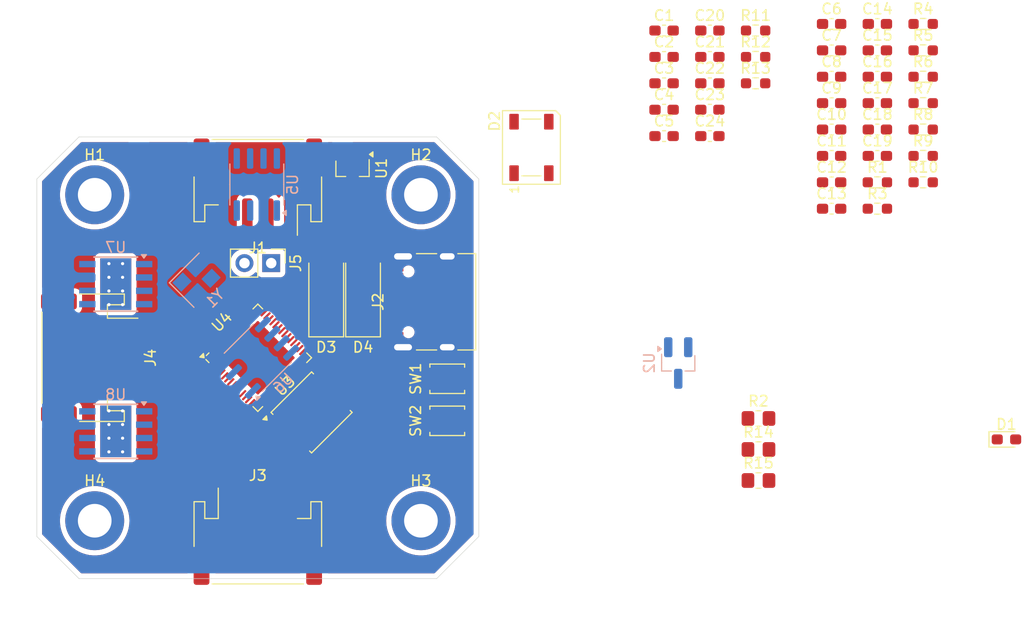
<source format=kicad_pcb>
(kicad_pcb (version 20240108) (generator "pcbnew") (generator_version "8.0")
  (layers (0 "F.Cu" signal) (31 "B.Cu" signal) (34 "B.Paste" user) (35 "F.Paste" user) (36 "B.SilkS" user "B.Silkscreen") (37 "F.SilkS" user "F.Silkscreen") (38 "B.Mask" user) (39 "F.Mask" user) (44 "Edge.Cuts" user))
  (net 0 "")
  (net 1 "+3.3V")
  (net 2 "GND")
  (net 3 "+1V1")
  (net 4 "/XIN")
  (net 5 "Net-(C14-Pad2)")
  (net 6 "Net-(D1-A)")
  (net 7 "Net-(D2-DIN)")
  (net 9 "VBUS")
  (net 10 "/CAN_H")
  (net 11 "/CAN_L")
  (net 12 "/USB_D+")
  (net 13 "Net-(J2-CC2)")
  (net 15 "Net-(D4-A)")
  (net 17 "Net-(J2-CC1)")
  (net 18 "/USB_D-")
  (net 19 "/B2")
  (net 20 "/B1")
  (net 21 "/A2")
  (net 22 "/A1")
  (net 23 "/LED")
  (net 24 "/NEOPIXEL")
  (net 25 "/~{USB_BOOT}")
  (net 26 "/QSPI_SS")
  (net 27 "/RUN")
  (net 28 "Net-(U4-USB_DP)")
  (net 29 "Net-(U4-USB_DM)")
  (net 30 "/XOUT")
  (net 31 "/A_CURRENT")
  (net 32 "/B_CURRENT")
  (net 33 "Net-(D3-A)")
  (net 34 "+5V")
  (net 35 "/QSPI_SD2")
  (net 36 "/QSPI_SD1")
  (net 37 "/QSPI_SCK")
  (net 38 "/QSPI_SD3")
  (net 39 "/QSPI_SD0")
  (net 41 "/SCL")
  (net 44 "/MT6701_PUSH")
  (net 45 "/B2_PWM")
  (net 49 "/SDA")
  (net 51 "/CAN_TX")
  (net 54 "/A1_PWM")
  (net 55 "/B1_PWM")
  (net 56 "/CAN_S")
  (net 57 "/CAN_RX")
  (net 65 "/A2_PWM")
  (net 67 "/MT6701_ANALOG")
  (net 69 "Net-(J5-Pin_2)")
  (footprint "Capacitor_SMD:C_0603_1608Metric_Pad1.08x0.95mm_HandSolder" (layer "F.Cu") (at 88.605 23.9)
    (property "Reference" "C3" (at 0 -1.43 0) (layer "F.SilkS"))
    (property "Value" "100n")
    (pad "1" smd roundrect (at -0.8625 0) (size 1.075 0.95) (layers "F.Cu" "F.Paste" "F.Mask") (net 1 "+3.3V"))
    (pad "2" smd roundrect (at 0.8625 0) (size 1.075 0.95) (layers "F.Cu" "F.Paste" "F.Mask") (net 2 "GND"))
  )
  (footprint "MountingHole:MountingHole_3.2mm_M3_DIN965_Pad" (layer "F.Cu") (at 34.5 65.5)
    (property "Reference" "H4" (at 0 -3.8 0) (layer "F.SilkS"))
    (property "Value" "MountingHole")
    (pad "1" thru_hole circle (at 0 0) (size 5.6 5.6) (drill 3.2) (layers "*.Cu" "*.Mask"))
  )
  (footprint "Capacitor_SMD:C_0603_1608Metric_Pad1.08x0.95mm_HandSolder" (layer "F.Cu") (at 104.525 18.255)
    (property "Reference" "C6" (at 0 -1.43 0) (layer "F.SilkS"))
    (property "Value" "100n")
    (pad "1" smd roundrect (at -0.8625 0) (size 1.075 0.95) (layers "F.Cu" "F.Paste" "F.Mask") (net 2 "GND"))
    (pad "2" smd roundrect (at 0.8625 0) (size 1.075 0.95) (layers "F.Cu" "F.Paste" "F.Mask") (net 1 "+3.3V"))
  )
  (footprint "Capacitor_SMD:C_0603_1608Metric_Pad1.08x0.95mm_HandSolder" (layer "F.Cu") (at 108.875 18.255)
    (property "Reference" "C14" (at 0 -1.43 0) (layer "F.SilkS"))
    (property "Value" "22p")
    (pad "1" smd roundrect (at -0.8625 0) (size 1.075 0.95) (layers "F.Cu" "F.Paste" "F.Mask") (net 2 "GND"))
    (pad "2" smd roundrect (at 0.8625 0) (size 1.075 0.95) (layers "F.Cu" "F.Paste" "F.Mask") (net 5 "Net-(C14-Pad2)"))
  )
  (footprint "Capacitor_SMD:C_0603_1608Metric_Pad1.08x0.95mm_HandSolder" (layer "F.Cu") (at 92.955 23.9)
    (property "Reference" "C22" (at 0 -1.43 0) (layer "F.SilkS"))
    (property "Value" "100nF")
    (pad "1" smd roundrect (at -0.8625 0) (size 1.075 0.95) (layers "F.Cu" "F.Paste" "F.Mask") (net 1 "+3.3V"))
    (pad "2" smd roundrect (at 0.8625 0) (size 1.075 0.95) (layers "F.Cu" "F.Paste" "F.Mask") (net 2 "GND"))
  )
  (footprint "Resistor_SMD:R_0603_1608Metric_Pad0.98x0.95mm_HandSolder" (layer "F.Cu") (at 113.225 18.255)
    (property "Reference" "R4" (at 0 -1.43 0) (layer "F.SilkS"))
    (property "Value" "5.1k")
    (pad "1" smd roundrect (at -0.9125 0) (size 0.975 0.95) (layers "F.Cu" "F.Paste" "F.Mask") (net 17 "Net-(J2-CC1)"))
    (pad "2" smd roundrect (at 0.9125 0) (size 0.975 0.95) (layers "F.Cu" "F.Paste" "F.Mask") (net 2 "GND"))
  )
  (footprint "LED_SMD:LED_WS2812B_PLCC4_5.0x5.0mm_P3.2mm" (layer "F.Cu") (at 76 30 90)
    (property "Reference" "D2" (at 2.5 -3.5 90) (layer "F.SilkS"))
    (property "Value" "WS2812B")
    (fp_text user "1" (at -4 -1.6 90) (layer "F.SilkS") (effects (font (size 0.8 0.8))))
    (pad "1" smd roundrect (at -2.45 -1.65 90) (size 1.5 0.9) (layers "F.Cu" "F.Paste" "F.Mask") (roundrect_rratio 0.1) (net 1 "+3.3V"))
    (pad "2" smd roundrect (at -2.45 1.65 90) (size 1.5 0.9) (layers "F.Cu" "F.Paste" "F.Mask") (roundrect_rratio 0.1))
    (pad "3" smd roundrect (at 2.45 1.65 90) (size 1.5 0.9) (layers "F.Cu" "F.Paste" "F.Mask") (roundrect_rratio 0.1) (net 2 "GND"))
    (pad "4" smd roundrect (at 2.45 -1.65 90) (size 1.5 0.9) (layers "F.Cu" "F.Paste" "F.Mask") (roundrect_rratio 0.1) (net 7 "Net-(D2-DIN)"))
  )
  (footprint "Resistor_SMD:R_0603_1608Metric_Pad0.98x0.95mm_HandSolder" (layer "F.Cu") (at 113.225 30.805)
    (property "Reference" "R9" (at 0 -1.43 0) (layer "F.SilkS"))
    (property "Value" "27.4")
    (pad "1" smd roundrect (at -0.9125 0) (size 0.975 0.95) (layers "F.Cu" "F.Paste" "F.Mask") (net 29 "Net-(U4-USB_DM)"))
    (pad "2" smd roundrect (at 0.9125 0) (size 0.975 0.95) (layers "F.Cu" "F.Paste" "F.Mask") (net 18 "/USB_D-"))
  )
  (footprint "MountingHole:MountingHole_3.2mm_M3_DIN965_Pad" (layer "F.Cu") (at 65.5 65.5)
    (property "Reference" "H3" (at 0 -3.8 0) (layer "F.SilkS"))
    (property "Value" "MountingHole")
    (pad "1" thru_hole circle (at 0 0) (size 5.6 5.6) (drill 3.2) (layers "*.Cu" "*.Mask"))
  )
  (footprint "Resistor_SMD:R_0805_2012Metric_Pad1.20x1.40mm_HandSolder" (layer "F.Cu") (at 97.575 58.725)
    (property "Reference" "R14" (at 0 -1.65 0) (layer "F.SilkS"))
    (property "Value" "500")
    (pad "1" smd roundrect (at -1 0) (size 1.2 1.4) (layers "F.Cu" "F.Paste" "F.Mask") (roundrect_rratio 0.208333) (net 31 "/A_CURRENT"))
    (pad "2" smd roundrect (at 1 0) (size 1.2 1.4) (layers "F.Cu" "F.Paste" "F.Mask") (roundrect_rratio 0.208333) (net 2 "GND"))
  )
  (footprint "Capacitor_SMD:C_0603_1608Metric_Pad1.08x0.95mm_HandSolder" (layer "F.Cu") (at 104.525 20.765)
    (property "Reference" "C7" (at 0 -1.43 0) (layer "F.SilkS"))
    (property "Value" "100n")
    (pad "1" smd roundrect (at -0.8625 0) (size 1.075 0.95) (layers "F.Cu" "F.Paste" "F.Mask") (net 2 "GND"))
    (pad "2" smd roundrect (at 0.8625 0) (size 1.075 0.95) (layers "F.Cu" "F.Paste" "F.Mask") (net 1 "+3.3V"))
  )
  (footprint "Capacitor_SMD:C_0603_1608Metric_Pad1.08x0.95mm_HandSolder" (layer "F.Cu") (at 104.525 28.295)
    (property "Reference" "C10" (at 0 -1.43 0) (layer "F.SilkS"))
    (property "Value" "100n")
    (pad "1" smd roundrect (at -0.8625 0) (size 1.075 0.95) (layers "F.Cu" "F.Paste" "F.Mask") (net 1 "+3.3V"))
    (pad "2" smd roundrect (at 0.8625 0) (size 1.075 0.95) (layers "F.Cu" "F.Paste" "F.Mask") (net 2 "GND"))
  )
  (footprint "Resistor_SMD:R_0603_1608Metric_Pad0.98x0.95mm_HandSolder" (layer "F.Cu") (at 108.875 33.315)
    (property "Reference" "R1" (at 0 -1.43 0) (layer "F.SilkS"))
    (property "Value" "10k")
    (pad "1" smd roundrect (at -0.9125 0) (size 0.975 0.95) (layers "F.Cu" "F.Paste" "F.Mask") (net 6 "Net-(D1-A)"))
    (pad "2" smd roundrect (at 0.9125 0) (size 0.975 0.95) (layers "F.Cu" "F.Paste" "F.Mask") (net 23 "/LED"))
  )
  (footprint "Capacitor_SMD:C_0603_1608Metric_Pad1.08x0.95mm_HandSolder" (layer "F.Cu") (at 104.525 30.805)
    (property "Reference" "C11" (at 0 -1.43 0) (layer "F.SilkS"))
    (property "Value" "100n")
    (pad "1" smd roundrect (at -0.8625 0) (size 1.075 0.95) (layers "F.Cu" "F.Paste" "F.Mask") (net 2 "GND"))
    (pad "2" smd roundrect (at 0.8625 0) (size 1.075 0.95) (layers "F.Cu" "F.Paste" "F.Mask") (net 1 "+3.3V"))
  )
  (footprint "Resistor_SMD:R_0603_1608Metric_Pad0.98x0.95mm_HandSolder" (layer "F.Cu") (at 97.305 18.88)
    (property "Reference" "R11" (at 0 -1.43 0) (layer "F.SilkS"))
    (property "Value" "120")
    (pad "1" smd roundrect (at -0.9125 0) (size 0.975 0.95) (layers "F.Cu" "F.Paste" "F.Mask") (net 11 "/CAN_L"))
    (pad "2" smd roundrect (at 0.9125 0) (size 0.975 0.95) (layers "F.Cu" "F.Paste" "F.Mask") (net 69 "Net-(J5-Pin_2)"))
  )
  (footprint "Connector_PinHeader_2.54mm:PinHeader_1x02_P2.54mm_Vertical" (layer "F.Cu") (at 51.27 41 -90)
    (property "Reference" "J5" (at 0 -2.33 90) (layer "F.SilkS"))
    (property "Value" "Conn_01x02")
    (pad "1" thru_hole rect (at 0 0 270) (size 1.7 1.7) (drill 1) (layers "*.Cu" "*.Mask") (net 10 "/CAN_H"))
    (pad "2" thru_hole oval (at 0 2.54 270) (size 1.7 1.7) (drill 1) (layers "*.Cu" "*.Mask") (net 69 "Net-(J5-Pin_2)"))
  )
  (footprint "Capacitor_SMD:C_0603_1608Metric_Pad1.08x0.95mm_HandSolder" (layer "F.Cu") (at 108.875 20.765)
    (property "Reference" "C15" (at 0 -1.43 0) (layer "F.SilkS"))
    (property "Value" "1u")
    (pad "1" smd roundrect (at -0.8625 0) (size 1.075 0.95) (layers "F.Cu" "F.Paste" "F.Mask") (net 1 "+3.3V"))
    (pad "2" smd roundrect (at 0.8625 0) (size 1.075 0.95) (layers "F.Cu" "F.Paste" "F.Mask") (net 2 "GND"))
  )
  (footprint "Package_SO:SOIC-8_5.23x5.23mm_P1.27mm" (layer "F.Cu") (at 55.107377 55.198546 45)
    (property "Reference" "U3" (at 0 -3.56 45) (layer "F.SilkS"))
    (property "Value" "W25Q128JVS")
    (pad "1" smd roundrect (at -3.6 -1.905 45) (size 1.6 0.6) (layers "F.Cu" "F.Paste" "F.Mask") (net 26 "/QSPI_SS"))
    (pad "2" smd roundrect (at -3.6 -0.635 45) (size 1.6 0.6) (layers "F.Cu" "F.Paste" "F.Mask") (net 36 "/QSPI_SD1"))
    (pad "3" smd roundrect (at -3.6 0.635 45) (size 1.6 0.6) (layers "F.Cu" "F.Paste" "F.Mask") (net 35 "/QSPI_SD2"))
    (pad "4" smd roundrect (at -3.6 1.905 45) (size 1.6 0.6) (layers "F.Cu" "F.Paste" "F.Mask") (net 2 "GND"))
    (pad "5" smd roundrect (at 3.6 1.905 45) (size 1.6 0.6) (layers "F.Cu" "F.Paste" "F.Mask") (net 39 "/QSPI_SD0"))
    (pad "6" smd roundrect (at 3.6 0.635 45) (size 1.6 0.6) (layers "F.Cu" "F.Paste" "F.Mask") (net 37 "/QSPI_SCK"))
    (pad "7" smd roundrect (at 3.6 -0.635 45) (size 1.6 0.6) (layers "F.Cu" "F.Paste" "F.Mask") (net 38 "/QSPI_SD3"))
    (pad "8" smd roundrect (at 3.6 -1.905 45) (size 1.6 0.6) (layers "F.Cu" "F.Paste" "F.Mask") (net 1 "+3.3V"))
  )
  (footprint "Resistor_SMD:R_0805_2012Metric_Pad1.20x1.40mm_HandSolder" (layer "F.Cu") (at 97.575 61.675)
    (property "Reference" "R15" (at 0 -1.65 0) (layer "F.SilkS"))
    (property "Value" "500")
    (pad "1" smd roundrect (at -1 0) (size 1.2 1.4) (layers "F.Cu" "F.Paste" "F.Mask") (roundrect_rratio 0.208333) (net 32 "/B_CURRENT"))
    (pad "2" smd roundrect (at 1 0) (size 1.2 1.4) (layers "F.Cu" "F.Paste" "F.Mask") (roundrect_rratio 0.208333) (net 2 "GND"))
  )
  (footprint "Connector_JST:JST_PH_S4B-PH-SM4-TB_1x04-1MP_P2.00mm_Horizontal" (layer "F.Cu") (at 34 50 -90)
    (property "Reference" "J4" (at 0 -5.8 90) (layer "F.SilkS"))
    (property "Value" "MOTOR")
    (pad "1" smd roundrect (at -3 -2.85 270) (size 1 3.5) (layers "F.Cu" "F.Paste" "F.Mask") (net 22 "/A1"))
    (pad "2" smd roundrect (at -1 -2.85 270) (size 1 3.5) (layers "F.Cu" "F.Paste" "F.Mask") (net 21 "/A2"))
    (pad "3" smd roundrect (at 1 -2.85 270) (size 1 3.5) (layers "F.Cu" "F.Paste" "F.Mask") (net 20 "/B1"))
    (pad "4" smd roundrect (at 3 -2.85 270) (size 1 3.5) (layers "F.Cu" "F.Paste" "F.Mask") (net 19 "/B2"))
    (pad "MP" smd roundrect (at -5.35 2.9 270) (size 1.5 3.4) (layers "F.Cu" "F.Paste" "F.Mask") (roundrect_rratio 0.166667))
    (pad "MP" smd roundrect (at 5.35 2.9 270) (size 1.5 3.4) (layers "F.Cu" "F.Paste" "F.Mask") (roundrect_rratio 0.166667))
  )
  (footprint "Button_Switch_SMD:SW_SPST_B3U-1000P" (layer "F.Cu") (at 68 52 180)
    (property "Reference" "SW1" (at 3 0 90) (layer "F.SilkS"))
    (property "Value" "RESET")
    (pad "1" smd rect (at -1.7 0 180) (size 0.9 1.7) (layers "F.Cu" "F.Paste" "F.Mask") (net 2 "GND"))
    (pad "2" smd rect (at 1.7 0 180) (size 0.9 1.7) (layers "F.Cu" "F.Paste" "F.Mask") (net 27 "/RUN"))
  )
  (footprint "Resistor_SMD:R_0603_1608Metric_Pad0.98x0.95mm_HandSolder" (layer "F.Cu") (at 97.305 23.9)
    (property "Reference" "R13" (at 0 -1.43 0) (layer "F.SilkS"))
    (property "Value" "5k")
    (pad "1" smd roundrect (at -0.9125 0) (size 0.975 0.95) (layers "F.Cu" "F.Paste" "F.Mask") (net 41 "/SCL"))
    (pad "2" smd roundrect (at 0.9125 0) (size 0.975 0.95) (layers "F.Cu" "F.Paste" "F.Mask") (net 1 "+3.3V"))
  )
  (footprint "Connector_JST:JST_PH_S4B-PH-SM4-TB_1x04-1MP_P2.00mm_Horizontal" (layer "F.Cu") (at 50 33.75 180)
    (property "Reference" "J1" (at 0 -5.8 360) (layer "F.SilkS"))
    (property "Value" "INPUT")
    (pad "1" smd roundrect (at -3 -2.85 180) (size 1 3.5) (layers "F.Cu" "F.Paste" "F.Mask") (net 9 "VBUS"))
    (pad "2" smd roundrect (at -1 -2.85 180) (size 1 3.5) (layers "F.Cu" "F.Paste" "F.Mask") (net 10 "/CAN_H"))
    (pad "3" smd roundrect (at 1 -2.85 180) (size 1 3.5) (layers "F.Cu" "F.Paste" "F.Mask") (net 11 "/CAN_L"))
    (pad "4" smd roundrect (at 3 -2.85 180) (size 1 3.5) (layers "F.Cu" "F.Paste" "F.Mask") (net 2 "GND"))
    (pad "MP" smd roundrect (at -5.35 2.9 180) (size 1.5 3.4) (layers "F.Cu" "F.Paste" "F.Mask") (roundrect_rratio 0.166667))
    (pad "MP" smd roundrect (at 5.35 2.9 180) (size 1.5 3.4) (layers "F.Cu" "F.Paste" "F.Mask") (roundrect_rratio 0.166667))
  )
  (footprint "Capacitor_SMD:C_0603_1608Metric_Pad1.08x0.95mm_HandSolder" (layer "F.Cu") (at 92.955 21.39)
    (property "Reference" "C21" (at 0 -1.43 0) (layer "F.SilkS"))
    (property "Value" "47uF")
    (pad "1" smd roundrect (at -0.8625 0) (size 1.075 0.95) (layers "F.Cu" "F.Paste" "F.Mask") (net 9 "VBUS"))
    (pad "2" smd roundrect (at 0.8625 0) (size 1.075 0.95) (layers "F.Cu" "F.Paste" "F.Mask") (net 2 "GND"))
  )
  (footprint "MountingHole:MountingHole_3.2mm_M3_DIN965_Pad" (layer "F.Cu") (at 65.5 34.5)
    (property "Reference" "H2" (at 0 -3.8 0) (layer "F.SilkS"))
    (property "Value" "MountingHole")
    (pad "1" thru_hole circle (at 0 0) (size 5.6 5.6) (drill 3.2) (layers "*.Cu" "*.Mask"))
  )
  (footprint "Connector_JST:JST_PH_S4B-PH-SM4-TB_1x04-1MP_P2.00mm_Horizontal" (layer "F.Cu") (at 50 67)
    (property "Reference" "J3" (at 0 -5.8 360) (layer "F.SilkS"))
    (property "Value" "OUTPUT")
    (pad "1" smd roundrect (at -3 -2.85) (size 1 3.5) (layers "F.Cu" "F.Paste" "F.Mask") (net 9 "VBUS"))
    (pad "2" smd roundrect (at -1 -2.85) (size 1 3.5) (layers "F.Cu" "F.Paste" "F.Mask") (net 10 "/CAN_H"))
    (pad "3" smd roundrect (at 1 -2.85) (size 1 3.5) (layers "F.Cu" "F.Paste" "F.Mask") (net 11 "/CAN_L"))
    (pad "4" smd roundrect (at 3 -2.85) (size 1 3.5) (layers "F.Cu" "F.Paste" "F.Mask") (net 2 "GND"))
    (pad "MP" smd roundrect (at -5.35 2.9) (size 1.5 3.4) (layers "F.Cu" "F.Paste" "F.Mask") (roundrect_rratio 0.166667))
    (pad "MP" smd roundrect (at 5.35 2.9) (size 1.5 3.4) (layers "F.Cu" "F.Paste" "F.Mask") (roundrect_rratio 0.166667))
  )
  (footprint "Capacitor_SMD:C_0603_1608Metric_Pad1.08x0.95mm_HandSolder" (layer "F.Cu") (at 88.605 26.41)
    (property "Reference" "C4" (at 0 -1.43 0) (layer "F.SilkS"))
    (property "Value" "1uF")
    (pad "1" smd roundrect (at -0.8625 0) (size 1.075 0.95) (layers "F.Cu" "F.Paste" "F.Mask") (net 33 "Net-(D3-A)"))
    (pad "2" smd roundrect (at 0.8625 0) (size 1.075 0.95) (layers "F.Cu" "F.Paste" "F.Mask") (net 2 "GND"))
  )
  (footprint "Capacitor_SMD:C_0603_1608Metric_Pad1.08x0.95mm_HandSolder" (layer "F.Cu") (at 92.955 26.41)
    (property "Reference" "C23" (at 0 -1.43 0) (layer "F.SilkS"))
    (property "Value" "100nF")
    (pad "1" smd roundrect (at -0.8625 0) (size 1.075 0.95) (layers "F.Cu" "F.Paste" "F.Mask") (net 9 "VBUS"))
    (pad "2" smd roundrect (at 0.8625 0) (size 1.075 0.95) (layers "F.Cu" "F.Paste" "F.Mask") (net 2 "GND"))
  )
  (footprint "Capacitor_SMD:C_0603_1608Metric_Pad1.08x0.95mm_HandSolder" (layer "F.Cu") (at 108.875 28.295)
    (property "Reference" "C18" (at 0 -1.43 0) (layer "F.SilkS"))
    (property "Value" "100n")
    (pad "1" smd roundrect (at -0.8625 0) (size 1.075 0.95) (layers "F.Cu" "F.Paste" "F.Mask") (net 2 "GND"))
    (pad "2" smd roundrect (at 0.8625 0) (size 1.075 0.95) (layers "F.Cu" "F.Paste" "F.Mask") (net 3 "+1V1"))
  )
  (footprint "Capacitor_SMD:C_0603_1608Metric_Pad1.08x0.95mm_HandSolder" (layer "F.Cu") (at 108.875 30.805)
    (property "Reference" "C19" (at 0 -1.43 0) (layer "F.SilkS"))
    (property "Value" "100n")
    (pad "1" smd roundrect (at -0.8625 0) (size 1.075 0.95) (layers "F.Cu" "F.Paste" "F.Mask") (net 2 "GND"))
    (pad "2" smd roundrect (at 0.8625 0) (size 1.075 0.95) (layers "F.Cu" "F.Paste" "F.Mask") (net 1 "+3.3V"))
  )
  (footprint "Diode_SMD:D_SMA_Handsoldering" (layer "F.Cu") (at 60 43.5 90)
    (property "Reference" "D4" (at -5.5 0 180) (layer "F.SilkS"))
    (property "Value" "D_Schottky")
    (pad "1" smd roundrect (at -2.5 0 90) (size 3.5 1.8) (layers "F.Cu" "F.Paste" "F.Mask") (roundrect_rratio 0.1388888889) (net 34 "+5V"))
    (pad "2" smd roundrect (at 2.5 0 90) (size 3.5 1.8) (layers "F.Cu" "F.Paste" "F.Mask") (roundrect_rratio 0.1388888889) (net 15 "Net-(D4-A)"))
  )
  (footprint "MountingHole:MountingHole_3.2mm_M3_DIN965_Pad" (layer "F.Cu") (at 34.5 34.5)
    (property "Reference" "H1" (at 0 -3.8 0) (layer "F.SilkS"))
    (property "Value" "MountingHole")
    (pad "1" thru_hole circle (at 0 0) (size 5.6 5.6) (drill 3.2) (layers "*.Cu" "*.Mask"))
  )
  (footprint "Resistor_SMD:R_0603_1608Metric_Pad0.98x0.95mm_HandSolder" (layer "F.Cu") (at 108.875 35.825)
    (property "Reference" "R3" (at 0 -1.43 0) (layer "F.SilkS"))
    (property "Value" "5.1k")
    (pad "1" smd roundrect (at -0.9125 0) (size 0.975 0.95) (layers "F.Cu" "F.Paste" "F.Mask") (net 13 "Net-(J2-CC2)"))
    (pad "2" smd roundrect (at 0.9125 0) (size 0.975 0.95) (layers "F.Cu" "F.Paste" "F.Mask") (net 2 "GND"))
  )
  (footprint "Capacitor_SMD:C_0603_1608Metric_Pad1.08x0.95mm_HandSolder" (layer "F.Cu") (at 104.525 33.315)
    (property "Reference" "C12" (at 0 -1.43 0) (layer "F.SilkS"))
    (property "Value" "100n")
    (pad "1" smd roundrect (at -0.8625 0) (size 1.075 0.95) (layers "F.Cu" "F.Paste" "F.Mask") (net 2 "GND"))
    (pad "2" smd roundrect (at 0.8625 0) (size 1.075 0.95) (layers "F.Cu" "F.Paste" "F.Mask") (net 1 "+3.3V"))
  )
  (footprint "Connector_USB:USB_C_Receptacle_G-Switch_GT-USB-7010ASV" (layer "F.Cu") (at 66.925 44.68 90)
    (property "Reference" "J2" (at 0 -5.5 90) (layer "F.SilkS"))
    (property "Value" "USB C Receptacle")
    (pad "" np_thru_hole circle (at -2.89 -2.605 90) (size 0.65 0.65) (drill 0.65) (layers "*.Cu" "*.Mask"))
    (pad "" np_thru_hole circle (at 2.89 -2.605 90) (size 0.65 0.65) (drill 0.65) (layers "*.Cu" "*.Mask"))
    (pad "A1" smd rect (at -3.2 -3.725 90) (size 0.6 1.24) (layers "F.Cu" "F.Paste" "F.Mask") (net 2 "GND"))
    (pad "A4" smd rect (at -2.4 -3.725 90) (size 0.6 1.24) (layers "F.Cu" "F.Paste" "F.Mask") (net 15 "Net-(D4-A)"))
    (pad "A5" smd rect (at -1.25 -3.725 90) (size 0.3 1.24) (layers "F.Cu" "F.Paste" "F.Mask") (net 17 "Net-(J2-CC1)"))
    (pad "A6" smd rect (at -0.25 -3.725 90) (size 0.3 1.24) (layers "F.Cu" "F.Paste" "F.Mask") (net 12 "/USB_D+"))
    (pad "A7" smd rect (at 0.25 -3.725 90) (size 0.3 1.24) (layers "F.Cu" "F.Paste" "F.Mask") (net 18 "/USB_D-"))
    (pad "A8" smd rect (at 1.25 -3.725 90) (size 0.3 1.24) (layers "F.Cu" "F.Paste" "F.Mask"))
    (pad "A9" smd rect (at 2.4 -3.725 90) (size 0.6 1.24) (layers "F.Cu" "F.Paste" "F.Mask") (net 15 "Net-(D4-A)"))
    (pad "A12" smd rect (at 3.2 -3.725 90) (size 0.6 1.24) (layers "F.Cu" "F.Paste" "F.Mask") (net 2 "GND"))
    (pad "B1" smd rect (at 3.2 -3.725 90) (size 0.6 1.24) (layers "F.Cu" "F.Paste" "F.Mask") (net 2 "GND"))
    (pad "B4" smd rect (at 2.4 -3.725 90) (size 0.6 1.24) (layers "F.Cu" "F.Paste" "F.Mask") (net 15 "Net-(D4-A)"))
    (pad "B5" smd rect (at 1.75 -3.725 90) (size 0.3 1.24) (layers "F.Cu" "F.Paste" "F.Mask") (net 13 "Net-(J2-CC2)"))
    (pad "B6" smd rect (at 0.75 -3.725 90) (size 0.3 1.24) (layers "F.Cu" "F.Paste" "F.Mask") (net 12 "/USB_D+"))
    (pad "B7" smd rect (at -0.75 -3.725 90) (size 0.3 1.24) (layers "F.Cu" "F.Paste" "F.Mask") (net 18 "/USB_D-"))
    (pad "B8" smd rect (at -1.75 -3.725 90) (size 0.3 1.24) (layers "F.Cu" "F.Paste" "F.Mask"))
    (pad "B9" smd rect (at -2.4 -3.725 90) (size 0.6 1.24) (layers "F.Cu" "F.Paste" "F.Mask") (net 15 "Net-(D4-A)"))
    (pad "B12" smd rect (at -3.2 -3.725 90) (size 0.6 1.24) (layers "F.Cu" "F.Paste" "F.Mask") (net 2 "GND"))
    (pad "S1" thru_hole oval (at -4.32 -3.125 90) (size 1 2.1) (drill oval 0.6 1.7) (property pad_prop_heatsink) (layers "*.Cu" "*.Mask") (net 2 "GND"))
    (pad "S1" thru_hole oval (at -4.32 1.075 90) (size 1 1.8) (drill oval 0.6 1.4) (property pad_prop_heatsink) (layers "*.Cu" "*.Mask") (net 2 "GND"))
    (pad "S1" thru_hole oval (at 4.32 -3.125 90) (size 1 2.1) (drill oval 0.6 1.7) (property pad_prop_heatsink) (layers "*.Cu" "*.Mask") (net 2 "GND"))
    (pad "S1" thru_hole oval (at 4.32 1.075 90) (size 1 1.8) (drill oval 0.6 1.4) (property pad_prop_heatsink) (layers "*.Cu" "*.Mask") (net 2 "GND"))
  )
  (footprint "Button_Switch_SMD:SW_SPST_B3U-1000P" (layer "F.Cu") (at 68 56 180)
    (property "Reference" "SW2" (at 3 0 90) (layer "F.SilkS"))
    (property "Value" "BOOT")
    (pad "1" smd rect (at -1.7 0 180) (size 0.9 1.7) (layers "F.Cu" "F.Paste" "F.Mask") (net 2 "GND"))
    (pad "2" smd rect (at 1.7 0 180) (size 0.9 1.7) (layers "F.Cu" "F.Paste" "F.Mask") (net 25 "/~{USB_BOOT}"))
  )
  (footprint "Resistor_SMD:R_0603_1608Metric_Pad0.98x0.95mm_HandSolder" (layer "F.Cu") (at 113.225 23.275)
    (property "Reference" "R6" (at 0 -1.43 0) (layer "F.SilkS"))
    (property "Value" "10K")
    (pad "1" smd roundrect (at -0.9125 0) (size 0.975 0.95) (layers "F.Cu" "F.Paste" "F.Mask") (net 26 "/QSPI_SS"))
    (pad "2" smd roundrect (at 0.9125 0) (size 0.975 0.95) (layers "F.Cu" "F.Paste" "F.Mask") (net 1 "+3.3V"))
  )
  (footprint "Capacitor_SMD:C_0603_1608Metric_Pad1.08x0.95mm_HandSolder" (layer "F.Cu") (at 92.955 18.88)
    (property "Reference" "C20" (at 0 -1.43 0) (layer "F.SilkS"))
    (property "Value" "47uF")
    (pad "1" smd roundrect (at -0.8625 0) (size 1.075 0.95) (layers "F.Cu" "F.Paste" "F.Mask") (net 9 "VBUS"))
    (pad "2" smd roundrect (at 0.8625 0) (size 1.075 0.95) (layers "F.Cu" "F.Paste" "F.Mask") (net 2 "GND"))
  )
  (footprint "Capacitor_SMD:C_0603_1608Metric_Pad1.08x0.95mm_HandSolder" (layer "F.Cu") (at 88.605 28.92)
    (property "Reference" "C5" (at 0 -1.43 0) (layer "F.SilkS"))
    (property "Value" "1uF")
    (pad "1" smd roundrect (at -0.8625 0) (size 1.075 0.95) (layers "F.Cu" "F.Paste" "F.Mask") (net 1 "+3.3V"))
    (pad "2" smd roundrect (at 0.8625 0) (size 1.075 0.95) (layers "F.Cu" "F.Paste" "F.Mask") (net 2 "GND"))
  )
  (footprint "Resistor_SMD:R_0603_1608Metric_Pad0.98x0.95mm_HandSolder" (layer "F.Cu") (at 97.305 21.39)
    (property "Reference" "R12" (at 0 -1.43 0) (layer "F.SilkS"))
    (property "Value" "5k")
    (pad "1" smd roundrect (at -0.9125 0) (size 0.975 0.95) (layers "F.Cu" "F.Paste" "F.Mask") (net 49 "/SDA"))
    (pad "2" smd roundrect (at 0.9125 0) (size 0.975 0.95) (layers "F.Cu" "F.Paste" "F.Mask") (net 1 "+3.3V"))
  )
  (footprint "LED_SMD:LED_0603_1608Metric_Pad1.05x0.95mm_HandSolder" (layer "F.Cu") (at 121.14 57.765)
    (property "Reference" "D1" (at 0 -1.43 0) (layer "F.SilkS"))
    (property "Value" "LED")
    (pad "1" smd roundrect (at -0.875 0) (size 1.05 0.95) (layers "F.Cu" "F.Paste" "F.Mask") (net 2 "GND"))
    (pad "2" smd roundrect (at 0.875 0) (size 1.05 0.95) (layers "F.Cu" "F.Paste" "F.Mask") (net 6 "Net-(D1-A)"))
  )
  (footprint "Capacitor_SMD:C_0603_1608Metric_Pad1.08x0.95mm_HandSolder" (layer "F.Cu") (at 104.525 23.275)
    (property "Reference" "C8" (at 0 -1.43 0) (layer "F.SilkS"))
    (property "Value" "100n")
    (pad "1" smd roundrect (at -0.8625 0) (size 1.075 0.95) (layers "F.Cu" "F.Paste" "F.Mask") (net 2 "GND"))
    (pad "2" smd roundrect (at 0.8625 0) (size 1.075 0.95) (layers "F.Cu" "F.Paste" "F.Mask") (net 1 "+3.3V"))
  )
  (footprint "Capacitor_SMD:C_0603_1608Metric_Pad1.08x0.95mm_HandSolder" (layer "F.Cu") (at 92.955 28.92)
    (property "Reference" "C24" (at 0 -1.43 0) (layer "F.SilkS"))
    (property "Value" "100nF")
    (pad "1" smd roundrect (at -0.8625 0) (size 1.075 0.95) (layers "F.Cu" "F.Paste" "F.Mask") (net 9 "VBUS"))
    (pad "2" smd roundrect (at 0.8625 0) (size 1.075 0.95) (layers "F.Cu" "F.Paste" "F.Mask") (net 2 "GND"))
  )
  (footprint "Capacitor_SMD:C_0603_1608Metric_Pad1.08x0.95mm_HandSolder" (layer "F.Cu") (at 104.525 25.785)
    (property "Reference" "C9" (at 0 -1.43 0) (layer "F.SilkS"))
    (property "Value" "1u")
    (pad "1" smd roundrect (at -0.8625 0) (size 1.075 0.95) (layers "F.Cu" "F.Paste" "F.Mask") (net 2 "GND"))
    (pad "2" smd roundrect (at 0.8625 0) (size 1.075 0.95) (layers "F.Cu" "F.Paste" "F.Mask") (net 3 "+1V1"))
  )
  (footprint "Capacitor_SMD:C_0603_1608Metric_Pad1.08x0.95mm_HandSolder" (layer "F.Cu") (at 88.605 18.88)
    (property "Reference" "C1" (at 0 -1.43 0) (layer "F.SilkS"))
    (property "Value" "1uF")
    (pad "1" smd roundrect (at -0.8625 0) (size 1.075 0.95) (layers "F.Cu" "F.Paste" "F.Mask") (net 9 "VBUS"))
    (pad "2" smd roundrect (at 0.8625 0) (size 1.075 0.95) (layers "F.Cu" "F.Paste" "F.Mask") (net 2 "GND"))
  )
  (footprint "Resistor_SMD:R_0603_1608Metric_Pad0.98x0.95mm_HandSolder" (layer "F.Cu") (at 113.225 25.785)
    (property "Reference" "R7" (at 0 -1.43 0) (layer "F.SilkS"))
    (property "Value" "10k")
    (pad "1" smd roundrect (at -0.9125 0) (size 0.975 0.95) (layers "F.Cu" "F.Paste" "F.Mask") (net 1 "+3.3V"))
    (pad "2" smd roundrect (at 0.9125 0) (size 0.975 0.95) (layers "F.Cu" "F.Paste" "F.Mask") (net 27 "/RUN"))
  )
  (footprint "Capacitor_SMD:C_0603_1608Metric_Pad1.08x0.95mm_HandSolder" (layer "F.Cu") (at 104.525 35.825)
    (property "Reference" "C13" (at 0 -1.43 0) (layer "F.SilkS"))
    (property "Value" "22p")
    (pad "1" smd roundrect (at -0.8625 0) (size 1.075 0.95) (layers "F.Cu" "F.Paste" "F.Mask") (net 2 "GND"))
    (pad "2" smd roundrect (at 0.8625 0) (size 1.075 0.95) (layers "F.Cu" "F.Paste" "F.Mask") (net 4 "/XIN"))
  )
  (footprint "Diode_SMD:D_SMA_Handsoldering" (layer "F.Cu") (at 56.5 43.5 90)
    (property "Reference" "D3" (at -5.5 0 180) (layer "F.SilkS"))
    (property "Value" "D_Schottky")
    (pad "1" smd roundrect (at -2.5 0 90) (size 3.5 1.8) (layers "F.Cu" "F.Paste" "F.Mask") (roundrect_rratio 0.1388888889) (net 34 "+5V"))
    (pad "2" smd roundrect (at 2.5 0 90) (size 3.5 1.8) (layers "F.Cu" "F.Paste" "F.Mask") (roundrect_rratio 0.1388888889) (net 33 "Net-(D3-A)"))
  )
  (footprint "Package_TO_SOT_SMD:SOT-23_Handsoldering" (layer "F.Cu") (at 59 32 -90)
    (property "Reference" "U1" (at 0 -2.75 90) (layer "F.SilkS"))
    (property "Value" "SE8650X2-HF")
    (pad "1" smd roundrect (at -1.5 -0.95 270) (size 1.9 0.8) (layers "F.Cu" "F.Paste" "F.Mask") (net 2 "GND"))
    (pad "2" smd roundrect (at -1.5 0.95 270) (size 1.9 0.8) (layers "F.Cu" "F.Paste" "F.Mask") (net 33 "Net-(D3-A)"))
    (pad "3" smd roundrect (at 1.5 0 270) (size 1.9 0.8) (layers "F.Cu" "F.Paste" "F.Mask") (net 9 "VBUS"))
  )
  (footprint "Capacitor_SMD:C_0603_1608Metric_Pad1.08x0.95mm_HandSolder" (layer "F.Cu") (at 108.875 23.275)
    (property "Reference" "C16" (at 0 -1.43 0) (layer "F.SilkS"))
    (property "Value" "100n")
    (pad "1" smd roundrect (at -0.8625 0) (size 1.075 0.95) (layers "F.Cu" "F.Paste" "F.Mask") (net 2 "GND"))
    (pad "2" smd roundrect (at 0.8625 0) (size 1.075 0.95) (layers "F.Cu" "F.Paste" "F.Mask") (net 3 "+1V1"))
  )
  (footprint "Capacitor_SMD:C_0603_1608Metric_Pad1.08x0.95mm_HandSolder" (layer "F.Cu") (at 88.605 21.39)
    (property "Reference" "C2" (at 0 -1.43 0) (layer "F.SilkS"))
    (property "Value" "1uF")
    (pad "1" smd roundrect (at -0.8625 0) (size 1.075 0.95) (layers "F.Cu" "F.Paste" "F.Mask") (net 34 "+5V"))
    (pad "2" smd roundrect (at 0.8625 0) (size 1.075 0.95) (layers "F.Cu" "F.Paste" "F.Mask") (net 2 "GND"))
  )
  (footprint "Resistor_SMD:R_0603_1608Metric_Pad0.98x0.95mm_HandSolder" (layer "F.Cu") (at 113.225 20.765)
    (property "Reference" "R5" (at 0 -1.43 0) (layer "F.SilkS"))
    (property "Value" "1K")
    (pad "1" smd roundrect (at -0.9125 0) (size 0.975 0.95) (layers "F.Cu" "F.Paste" "F.Mask") (net 25 "/~{USB_BOOT}"))
    (pad "2" smd roundrect (at 0.9125 0) (size 0.975 0.95) (layers "F.Cu" "F.Paste" "F.Mask") (net 26 "/QSPI_SS"))
  )
  (footprint "Package_DFN_QFN:QFN-56-1EP_7x7mm_P0.4mm_EP3.2x3.2mm" (layer "F.Cu") (at 50 50 45)
    (property "Reference" "U4" (at 0 -4.83 45) (layer "F.SilkS"))
    (property "Value" "RP2040")
    (pad "1" smd roundrect (at -3.4375 -2.6 45) (size 0.875 0.2) (layers "F.Cu" "F.Paste" "F.Mask") (net 1 "+3.3V"))
    (pad "2" smd roundrect (at -3.4375 -2.199999 45) (size 0.875 0.2) (layers "F.Cu" "F.Paste" "F.Mask") (net 51 "/CAN_TX"))
    (pad "3" smd roundrect (at -3.4375 -1.8 45) (size 0.875 0.2) (layers "F.Cu" "F.Paste" "F.Mask") (net 57 "/CAN_RX"))
    (pad "4" smd roundrect (at -3.4375 -1.4 45) (size 0.875 0.2) (layers "F.Cu" "F.Paste" "F.Mask") (net 49 "/SDA"))
    (pad "5" smd roundrect (at -3.4375 -1 45) (size 0.875 0.2) (layers "F.Cu" "F.Paste" "F.Mask") (net 41 "/SCL"))
    (pad "6" smd roundrect (at -3.4375 -0.600001 45) (size 0.875 0.2) (layers "F.Cu" "F.Paste" "F.Mask"))
    (pad "7" smd roundrect (at -3.4375 -0.2 45) (size 0.875 0.2) (layers "F.Cu" "F.Paste" "F.Mask"))
    (pad "8" smd roundrect (at -3.4375 0.2 45) (size 0.875 0.2) (layers "F.Cu" "F.Paste" "F.Mask") (net 54 "/A1_PWM"))
    (pad "9" smd roundrect (at -3.4375 0.600001 45) (size 0.875 0.2) (layers "F.Cu" "F.Paste" "F.Mask") (net 65 "/A2_PWM"))
    (pad "10" smd roundrect (at -3.4375 1 45) (size 0.875 0.2) (layers "F.Cu" "F.Paste" "F.Mask") (net 1 "+3.3V"))
    (pad "11" smd roundrect (at -3.4375 1.4 45) (size 0.875 0.2) (layers "F.Cu" "F.Paste" "F.Mask") (net 55 "/B1_PWM"))
    (pad "12" smd roundrect (at -3.4375 1.8 45) (size 0.875 0.2) (layers "F.Cu" "F.Paste" "F.Mask") (net 45 "/B2_PWM"))
    (pad "13" smd roundrect (at -3.4375 2.199999 45) (size 0.875 0.2) (layers "F.Cu" "F.Paste" "F.Mask"))
    (pad "14" smd roundrect (at -3.4375 2.6 45) (size 0.875 0.2) (layers "F.Cu" "F.Paste" "F.Mask"))
    (pad "15" smd roundrect (at -2.6 3.4375 45) (size 0.2 0.875) (layers "F.Cu" "F.Paste" "F.Mask") (net 44 "/MT6701_PUSH"))
    (pad "16" smd roundrect (at -2.199999 3.4375 45) (size 0.2 0.875) (layers "F.Cu" "F.Paste" "F.Mask") (net 23 "/LED"))
    (pad "17" smd roundrect (at -1.8 3.4375 45) (size 0.2 0.875) (layers "F.Cu" "F.Paste" "F.Mask") (net 24 "/NEOPIXEL"))
    (pad "18" smd roundrect (at -1.4 3.4375 45) (size 0.2 0.875) (layers "F.Cu" "F.Paste" "F.Mask"))
    (pad "19" smd roundrect (at -1 3.4375 45) (size 0.2 0.875) (layers "F.Cu" "F.Paste" "F.Mask") (net 2 "GND"))
    (pad "20" smd roundrect (at -0.600001 3.4375 45) (size 0.2 0.875) (layers "F.Cu" "F.Paste" "F.Mask") (net 4 "/XIN"))
    (pad "21" smd roundrect (at -0.2 3.4375 45) (size 0.2 0.875) (layers "F.Cu" "F.Paste" "F.Mask") (net 30 "/XOUT"))
    (pad "22" smd roundrect (at 0.2 3.4375 45) (size 0.2 0.875) (layers "F.Cu" "F.Paste" "F.Mask") (net 1 "+3.3V"))
    (pad "23" smd roundrect (at 0.600001 3.4375 45) (size 0.2 0.875) (layers "F.Cu" "F.Paste" "F.Mask") (net 3 "+1V1"))
    (pad "24" smd roundrect (at 1 3.4375 45) (size 0.2 0.875) (layers "F.Cu" "F.Paste" "F.Mask"))
    (pad "25" smd roundrect (at 1.4 3.4375 45) (size 0.2 0.875) (layers "F.Cu" "F.Paste" "F.Mask"))
    (pad "26" smd roundrect (at 1.8 3.4375 45) (size 0.2 0.875) (layers "F.Cu" "F.Paste" "F.Mask") (net 27 "/RUN"))
    (pad "27" smd roundrect (at 2.199999 3.4375 45) (size 0.2 0.875) (layers "F.Cu" "F.Paste" "F.Mask") (net 56 "/CAN_S"))
    (pad "28" smd roundrect (at 2.6 3.4375 45) (size 0.2 0.875) (layers "F.Cu" "F.Paste" "F.Mask"))
    (pad "29" smd roundrect (at 3.4375 2.6 45) (size 0.875 0.2) (layers "F.Cu" "F.Paste" "F.Mask"))
    (pad "30" smd roundrect (at 3.4375 2.199999 45) (size 0.875 0.2) (layers "F.Cu" "F.Paste" "F.Mask"))
    (pad "31" smd roundrect (at 3.4375 1.8 45) (size 0.875 0.2) (layers "F.Cu" "F.Paste" "F.Mask"))
    (pad "32" smd roundrect (at 3.4375 1.4 45) (size 0.875 0.2) (layers "F.Cu" "F.Paste" "F.Mask"))
    (pad "33" smd roundrect (at 3.4375 1 45) (size 0.875 0.2) (layers "F.Cu" "F.Paste" "F.Mask") (net 1 "+3.3V"))
    (pad "34" smd roundrect (at 3.4375 0.600001 45) (size 0.875 0.2) (layers "F.Cu" "F.Paste" "F.Mask"))
    (pad "35" smd roundrect (at 3.4375 0.2 45) (size 0.875 0.2) (layers "F.Cu" "F.Paste" "F.Mask"))
    (pad "36" smd roundrect (at 3.4375 -0.2 45) (size 0.875 0.2) (layers "F.Cu" "F.Paste" "F.Mask"))
    (pad "37" smd roundrect (at 3.4375 -0.600001 45) (size 0.875 0.2) (layers "F.Cu" "F.Paste" "F.Mask"))
    (pad "38" smd roundrect (at 3.4375 -1 45) (size 0.875 0.2) (layers "F.Cu" "F.Paste" "F.Mask") (net 31 "/A_CURRENT"))
    (pad "39" smd roundrect (at 3.4375 -1.4 45) (size 0.875 0.2) (layers "F.Cu" "F.Paste" "F.Mask") (net 32 "/B_CURRENT"))
    (pad "40" smd roundrect (at 3.4375 -1.8 45) (size 0.875 0.2) (layers "F.Cu" "F.Paste" "F.Mask") (net 67 "/MT6701_ANALOG"))
    (pad "41" smd roundrect (at 3.4375 -2.199999 45) (size 0.875 0.2) (layers "F.Cu" "F.Paste" "F.Mask"))
    (pad "42" smd roundrect (at 3.4375 -2.6 45) (size 0.875 0.2) (layers "F.Cu" "F.Paste" "F.Mask") (net 1 "+3.3V"))
    (pad "43" smd roundrect (at 2.6 -3.4375 45) (size 0.2 0.875) (layers "F.Cu" "F.Paste" "F.Mask") (net 1 "+3.3V"))
    (pad "44" smd roundrect (at 2.199999 -3.4375 45) (size 0.2 0.875) (layers "F.Cu" "F.Paste" "F.Mask") (net 1 "+3.3V"))
    (pad "45" smd roundrect (at 1.8 -3.4375 45) (size 0.2 0.875) (layers "F.Cu" "F.Paste" "F.Mask") (net 3 "+1V1"))
    (pad "46" smd roundrect (at 1.4 -3.4375 45) (size 0.2 0.875) (layers "F.Cu" "F.Paste" "F.Mask") (net 29 "Net-(U4-USB_DM)"))
    (pad "47" smd roundrect (at 1 -3.4375 45) (size 0.2 0.875) (layers "F.Cu" "F.Paste" "F.Mask") (net 28 "Net-(U4-USB_DP)"))
    (pad "48" smd roundrect (at 0.600001 -3.4375 45) (size 0.2 0.875) (layers "F.Cu" "F.Paste" "F.Mask") (net 1 "+3.3V"))
    (pad "49" smd roundrect (at 0.2 -3.4375 45) (size 0.2 0.875) (layers "F.Cu" "F.Paste" "F.Mask") (net 1 "+3.3V"))
    (pad "50" smd roundrect (at -0.2 -3.4375 45) (size 0.2 0.875) (layers "F.Cu" "F.Paste" "F.Mask") (net 3 "+1V1"))
    (pad "51" smd roundrect (at -0.600001 -3.4375 45) (size 0.2 0.875) (layers "F.Cu" "F.Paste" "F.Mask") (net 38 "/QSPI_SD3"))
    (pad "52" smd roundrect (at -1 -3.4375 45) (size 0.2 0.875) (layers "F.Cu" "F.Paste" "F.Mask") (net 37 "/QSPI_SCK"))
    (pad "53" smd roundrect (at -1.4 -3.4375 45) (size 0.2 0.875) (layers "F.Cu" "F.Paste" "F.Mask") (net 39 "/QSPI_SD0"))
    (pad "54" smd roundrect (at -1.8 -3.4375 45) (size 0.2 0.875) (layers "F.Cu" "F.Paste" "F.Mask") (net 35 "/QSPI_SD2"))
    (pad "55" smd roundrect (at -2.199999 -3.4375 45) (size 0.2 0.875) (layers "F.Cu" "F.Paste" "F.Mask") (net 36 "/QSPI_SD1"))
    (pad "56" smd roundrect (at -2.6 -3.4375 45) (size 0.2 0.875) (layers "F.Cu" "F.Paste" "F.Mask") (net 26 "/QSPI_SS"))
    (pad "57" smd rect (at 0 0 45) (size 3.2 3.2) (property pad_prop_heatsink) (layers "F.Cu" "F.Mask") (net 2 "GND"))
  )
  (footprint "Resistor_SMD:R_0603_1608Metric_Pad0.98x0.95mm_HandSolder" (layer "F.Cu") (at 113.225 33.315)
    (property "Reference" "R10" (at 0 -1.43 0) (layer "F.SilkS"))
    (property "Value" "1k")
    (pad "1" smd roundrect (at -0.9125 0) (size 0.975 0.95) (layers "F.Cu" "F.Paste" "F.Mask") (net 5 "Net-(C14-Pad2)"))
    (pad "2" smd roundrect (at 0.9125 0) (size 0.975 0.95) (layers "F.Cu" "F.Paste" "F.Mask") (net 30 "/XOUT"))
  )
  (footprint "Capacitor_SMD:C_0603_1608Metric_Pad1.08x0.95mm_HandSolder" (layer "F.Cu") (at 108.875 25.785)
    (property "Reference" "C17" (at 0 -1.43 0) (layer "F.SilkS"))
    (property "Value" "100n")
    (pad "1" smd roundrect (at -0.8625 0) (size 1.075 0.95) (layers "F.Cu" "F.Paste" "F.Mask") (net 2 "GND"))
    (pad "2" smd roundrect (at 0.8625 0) (size 1.075 0.95) (layers "F.Cu" "F.Paste" "F.Mask") (net 1 "+3.3V"))
  )
  (footprint "Resistor_SMD:R_0805_2012Metric_Pad1.20x1.40mm_HandSolder" (layer "F.Cu") (at 97.575 55.775)
    (property "Reference" "R2" (at 0 -1.65 0) (layer "F.SilkS"))
    (property "Value" "500")
    (pad "1" smd roundrect (at -1 0) (size 1.2 1.4) (layers "F.Cu" "F.Paste" "F.Mask") (roundrect_rratio 0.208333) (net 24 "/NEOPIXEL"))
    (pad "2" smd roundrect (at 1 0) (size 1.2 1.4) (layers "F.Cu" "F.Paste" "F.Mask") (roundrect_rratio 0.208333) (net 7 "Net-(D2-DIN)"))
  )
  (footprint "Resistor_SMD:R_0603_1608Metric_Pad0.98x0.95mm_HandSolder" (layer "F.Cu") (at 113.225 28.295)
    (property "Reference" "R8" (at 0 -1.43 0) (layer "F.SilkS"))
    (property "Value" "27.4")
    (pad "1" smd roundrect (at -0.9125 0) (size 0.975 0.95) (layers "F.Cu" "F.Paste" "F.Mask") (net 12 "/USB_D+"))
    (pad "2" smd roundrect (at 0.9125 0) (size 0.975 0.95) (layers "F.Cu" "F.Paste" "F.Mask") (net 28 "Net-(U4-USB_DP)"))
  )
  (footprint "Package_TO_SOT_SMD:SOT-23_Handsoldering" (layer "B.Cu") (at 89.95 50.5 -90)
    (property "Reference" "U2" (at 0 2.75 90) (layer "B.SilkS") (effects (justify mirror)))
    (property "Value" "SE8650X2-HF")
    (pad "1" smd roundrect (at -1.5 0.95 270) (size 1.9 0.8) (layers "B.Cu" "B.Paste" "B.Mask") (net 2 "GND"))
    (pad "2" smd roundrect (at -1.5 -0.95 270) (size 1.9 0.8) (layers "B.Cu" "B.Paste" "B.Mask") (net 1 "+3.3V"))
    (pad "3" smd roundrect (at 1.5 0 270) (size 1.9 0.8) (layers "B.Cu" "B.Paste" "B.Mask") (net 34 "+5V"))
  )
  (footprint "Package_SO:SOIC-8_3.9x4.9mm_P1.27mm" (layer "B.Cu") (at 49.905 33.525 90)
    (property "Reference" "U5" (at 0 3.4 90) (layer "B.SilkS") (effects (justify mirror)))
    (property "Value" "SN65HVD1050D")
    (pad "1" smd roundrect (at -2.475 1.905 90) (size 1.95 0.6) (layers "B.Cu" "B.Paste" "B.Mask") (net 51 "/CAN_TX"))
    (pad "2" smd roundrect (at -2.475 0.635 90) (size 1.95 0.6) (layers "B.Cu" "B.Paste" "B.Mask") (net 2 "GND"))
    (pad "3" smd roundrect (at -2.475 -0.635 90) (size 1.95 0.6) (layers "B.Cu" "B.Paste" "B.Mask") (net 34 "+5V"))
    (pad "4" smd roundrect (at -2.475 -1.905 90) (size 1.95 0.6) (layers "B.Cu" "B.Paste" "B.Mask") (net 57 "/CAN_RX"))
    (pad "5" smd roundrect (at 2.475 -1.905 90) (size 1.95 0.6) (layers "B.Cu" "B.Paste" "B.Mask"))
    (pad "6" smd roundrect (at 2.475 -0.635 90) (size 1.95 0.6) (layers "B.Cu" "B.Paste" "B.Mask") (net 11 "/CAN_L"))
    (pad "7" smd roundrect (at 2.475 0.635 90) (size 1.95 0.6) (layers "B.Cu" "B.Paste" "B.Mask") (net 10 "/CAN_H"))
    (pad "8" smd roundrect (at 2.475 1.905 90) (size 1.95 0.6) (layers "B.Cu" "B.Paste" "B.Mask") (net 56 "/CAN_S"))
  )
  (footprint "Package_SO:SO-8_3.9x4.9mm_P1.27mm" (layer "B.Cu") (at 50 50 45)
    (property "Reference" "U6" (at 0 3.4 45) (layer "B.SilkS") (effects (justify mirror)))
    (property "Value" "MT6701CT")
    (pad "1" smd roundrect (at -2.575 1.904999 45) (size 1.75 0.6) (layers "B.Cu" "B.Paste" "B.Mask") (net 1 "+3.3V"))
    (pad "2" smd roundrect (at -2.575 0.635 45) (size 1.75 0.6) (layers "B.Cu" "B.Paste" "B.Mask") (net 2 "GND"))
    (pad "3" smd roundrect (at -2.575 -0.635 45) (size 1.75 0.6) (layers "B.Cu" "B.Paste" "B.Mask") (net 67 "/MT6701_ANALOG"))
    (pad "4" smd roundrect (at -2.575 -1.904999 45) (size 1.75 0.6) (layers "B.Cu" "B.Paste" "B.Mask") (net 2 "GND"))
    (pad "5" smd roundrect (at 2.575 -1.904999 45) (size 1.75 0.6) (layers "B.Cu" "B.Paste" "B.Mask") (net 44 "/MT6701_PUSH"))
    (pad "6" smd roundrect (at 2.575 -0.635 45) (size 1.75 0.6) (layers "B.Cu" "B.Paste" "B.Mask") (net 49 "/SDA"))
    (pad "7" smd roundrect (at 2.575 0.635 45) (size 1.75 0.6) (layers "B.Cu" "B.Paste" "B.Mask") (net 41 "/SCL"))
    (pad "8" smd roundrect (at 2.575 1.904999 45) (size 1.75 0.6) (layers "B.Cu" "B.Paste" "B.Mask") (net 1 "+3.3V"))
  )
  (footprint "Package_SO:Texas_HSOP-8-1EP_3.9x4.9mm_P1.27mm_ThermalVias" (layer "B.Cu") (at 36.5 43 180)
    (property "Reference" "U7" (at 0 3.5 360) (layer "B.SilkS") (effects (justify mirror)))
    (property "Value" "~")
    (pad "1" smd rect (at -2.7 1.905 180) (size 1.55 0.6) (layers "B.Cu" "B.Paste" "B.Mask") (net 31 "/A_CURRENT"))
    (pad "2" smd rect (at -2.7 0.635 180) (size 1.55 0.6) (layers "B.Cu" "B.Paste" "B.Mask") (net 65 "/A2_PWM"))
    (pad "3" smd rect (at -2.7 -0.635 180) (size 1.55 0.6) (layers "B.Cu" "B.Paste" "B.Mask") (net 54 "/A1_PWM"))
    (pad "4" smd rect (at -2.7 -1.905 180) (size 1.55 0.6) (layers "B.Cu" "B.Paste" "B.Mask") (net 1 "+3.3V"))
    (pad "5" smd rect (at 2.7 -1.905 180) (size 1.55 0.6) (layers "B.Cu" "B.Paste" "B.Mask") (net 9 "VBUS"))
    (pad "6" smd rect (at 2.7 -0.635 180) (size 1.55 0.6) (layers "B.Cu" "B.Paste" "B.Mask") (net 22 "/A1"))
    (pad "7" smd rect (at 2.7 0.635 180) (size 1.55 0.6) (layers "B.Cu" "B.Paste" "B.Mask") (net 2 "GND"))
    (pad "8" smd rect (at 2.7 1.905 180) (size 1.55 0.6) (layers "B.Cu" "B.Paste" "B.Mask") (net 21 "/A2"))
    (pad "9" thru_hole circle (at -0.65 -1.95 180) (size 0.6 0.6) (drill 0.3) (layers "*.Cu"))
    (pad "9" thru_hole circle (at -0.65 -0.65 180) (size 0.6 0.6) (drill 0.3) (layers "*.Cu"))
    (pad "9" thru_hole circle (at -0.65 0.65 180) (size 0.6 0.6) (drill 0.3) (layers "*.Cu"))
    (pad "9" thru_hole circle (at -0.65 1.95 180) (size 0.6 0.6) (drill 0.3) (layers "*.Cu"))
    (pad "9" smd rect (at 0 0 180) (size 2.95 4.9) (layers "F.Cu"))
    (pad "9" smd rect (at 0 0 180) (size 2.95 4.9) (layers "B.Cu"))
    (pad "9" thru_hole circle (at 0.65 -1.95 180) (size 0.6 0.6) (drill 0.3) (layers "*.Cu"))
    (pad "9" thru_hole circle (at 0.65 -0.65 180) (size 0.6 0.6) (drill 0.3) (layers "*.Cu"))
    (pad "9" thru_hole circle (at 0.65 0.65 180) (size 0.6 0.6) (drill 0.3) (layers "*.Cu"))
    (pad "9" thru_hole circle (at 0.65 1.95 180) (size 0.6 0.6) (drill 0.3) (layers "*.Cu"))
  )
  (footprint "Crystal:Crystal_SMD_3225-4Pin_3.2x2.5mm" (layer "B.Cu") (at 44.176777 42.621142 45)
    (property "Reference" "Y1" (at 0 2.450001 45) (layer "B.SilkS") (effects (justify mirror)))
    (property "Value" "12MHz/12pF/50Ω/20ppm")
    (pad "1" smd rect (at -1.1 -0.85 45) (size 1.4 1.2) (layers "B.Cu" "B.Paste" "B.Mask") (net 5 "Net-(C14-Pad2)"))
    (pad "2" smd rect (at 1.1 -0.85 45) (size 1.4 1.2) (layers "B.Cu" "B.Paste" "B.Mask") (net 2 "GND"))
    (pad "3" smd rect (at 1.1 0.85 45) (size 1.4 1.2) (layers "B.Cu" "B.Paste" "B.Mask") (net 4 "/XIN"))
    (pad "4" smd rect (at -1.1 0.85 45) (size 1.4 1.2) (layers "B.Cu" "B.Paste" "B.Mask") (net 2 "GND"))
  )
  (footprint "Package_SO:Texas_HSOP-8-1EP_3.9x4.9mm_P1.27mm_ThermalVias" (layer "B.Cu") (at 36.5 57 180)
    (property "Reference" "U8" (at 0 3.5 360) (layer "B.SilkS") (effects (justify mirror)))
    (property "Value" "~")
    (pad "1" smd rect (at -2.7 1.905 180) (size 1.55 0.6) (layers "B.Cu" "B.Paste" "B.Mask") (net 32 "/B_CURRENT"))
    (pad "2" smd rect (at -2.7 0.635 180) (size 1.55 0.6) (layers "B.Cu" "B.Paste" "B.Mask") (net 45 "/B2_PWM"))
    (pad "3" smd rect (at -2.7 -0.635 180) (size 1.55 0.6) (layers "B.Cu" "B.Paste" "B.Mask") (net 55 "/B1_PWM"))
    (pad "4" smd rect (at -2.7 -1.905 180) (size 1.55 0.6) (layers "B.Cu" "B.Paste" "B.Mask") (net 1 "+3.3V"))
    (pad "5" smd rect (at 2.7 -1.905 180) (size 1.55 0.6) (layers "B.Cu" "B.Paste" "B.Mask") (net 9 "VBUS"))
    (pad "6" smd rect (at 2.7 -0.635 180) (size 1.55 0.6) (layers "B.Cu" "B.Paste" "B.Mask") (net 20 "/B1"))
    (pad "7" smd rect (at 2.7 0.635 180) (size 1.55 0.6) (layers "B.Cu" "B.Paste" "B.Mask") (net 2 "GND"))
    (pad "8" smd rect (at 2.7 1.905 180) (size 1.55 0.6) (layers "B.Cu" "B.Paste" "B.Mask") (net 19 "/B2"))
    (pad "9" thru_hole circle (at -0.65 -1.95 180) (size 0.6 0.6) (drill 0.3) (layers "*.Cu"))
    (pad "9" thru_hole circle (at -0.65 -0.65 180) (size 0.6 0.6) (drill 0.3) (layers "*.Cu"))
    (pad "9" thru_hole circle (at -0.65 0.65 180) (size 0.6 0.6) (drill 0.3) (layers "*.Cu"))
    (pad "9" thru_hole circle (at -0.65 1.95 180) (size 0.6 0.6) (drill 0.3) (layers "*.Cu"))
    (pad "9" smd rect (at 0 0 180) (size 2.95 4.9) (layers "F.Cu"))
    (pad "9" smd rect (at 0 0 180) (size 2.95 4.9) (layers "B.Cu"))
    (pad "9" thru_hole circle (at 0.65 -1.95 180) (size 0.6 0.6) (drill 0.3) (layers "*.Cu"))
    (pad "9" thru_hole circle (at 0.65 -0.65 180) (size 0.6 0.6) (drill 0.3) (layers "*.Cu"))
    (pad "9" thru_hole circle (at 0.65 0.65 180) (size 0.6 0.6) (drill 0.3) (layers "*.Cu"))
    (pad "9" thru_hole circle (at 0.65 1.95 180) (size 0.6 0.6) (drill 0.3) (layers "*.Cu"))
  )
  (gr_line (start 29 33) (end 29 67) (stroke (width 0.05)) (layer "Edge.Cuts"))
  (gr_line (start 67 29) (end 33 29) (stroke (width 0.05)) (layer "Edge.Cuts"))
  (gr_line (start 71 33) (end 71 67) (stroke (width 0.05)) (layer "Edge.Cuts"))
  (gr_line (start 67 71) (end 71 67) (stroke (width 0.05)) (layer "Edge.Cuts"))
  (gr_line (start 67 71) (end 33 71) (stroke (width 0.05)) (layer "Edge.Cuts"))
  (gr_line (start 33 29) (end 29 33) (stroke (width 0.05)) (layer "Edge.Cuts"))
  (gr_line (start 33 71) (end 29 67) (stroke (width 0.05)) (layer "Edge.Cuts"))
  (gr_line (start 67 29) (end 71 33) (stroke (width 0.05)) (layer "Edge.Cuts"))
  (zone (net 2) (net_name "GND") (layers "F&B.Cu") (connect_pads yes (clearance 0.5)) (min_thickness 0.25) (fill yes (thermal_gap 0.5) (thermal_bridge_width 0.5))
    (polygon (pts (xy 25.5 25) (xy 25.5 75.5) (xy 74.5 75.5) (xy 74.5 25)))
  )
)
</source>
